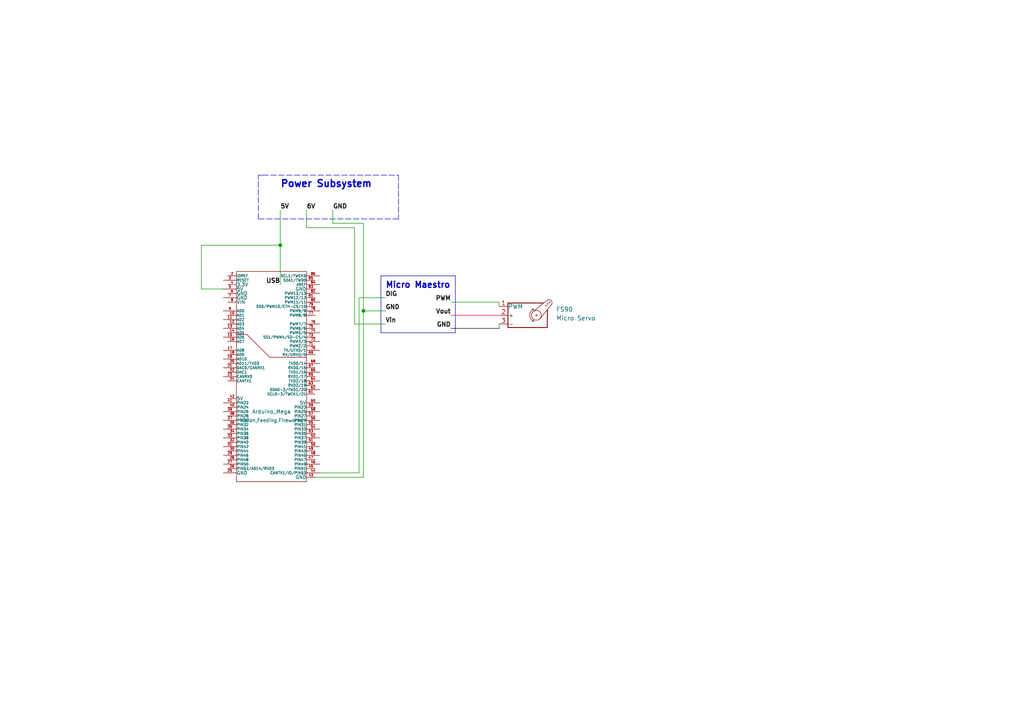
<source format=kicad_sch>
(kicad_sch (version 20211123) (generator eeschema)
  (paper "A4")
  (lib_symbols
    (symbol "Motor:Motor_Servo" (pin_names (offset 0.0254))
      (property "Reference" "M" (at -5.08 4.445 0))
      (property "Value" "Motor_Servo" (at -5.08 -4.064 0))
      (symbol "Motor_Servo_0_1"
        (polyline (pts (xy 2.413 -1.778) (xy 2.032 -1.778)))
        (polyline (pts (xy 2.413 -1.778) (xy 2.286 -1.397)))
        (polyline (pts (xy 2.413 1.778) (xy 1.905 1.778)))
        (polyline (pts (xy 2.413 1.778) (xy 2.286 1.397)))
        (polyline (pts (xy 6.35 4.445) (xy 2.54 1.27)))
        (polyline (pts (xy 7.62 3.175) (xy 4.191 -1.016)))
        (polyline (pts (xy 5.08 3.556) (xy -5.08 3.556) (xy -5.08 -3.556) (xy 6.35 -3.556) (xy 6.35 1.524)) (stroke (width 0.254)))
        (arc (start 2.413 1.778) (mid 1.2406 0) (end 2.413 -1.778))
        (circle (center 3.175 0) (radius 0.1778))
        (circle (center 3.175 0) (radius 1.4224))
        (circle (center 5.969 2.794) (radius 0.127))
        (circle (center 6.477 3.302) (radius 0.127))
        (circle (center 6.985 3.81) (radius 0.127))
        (arc (start 7.62 3.175) (mid 7.4485 4.2735) (end 6.35 4.445))
      )
      (symbol "Motor_Servo_1_1"
        (pin passive line (at -7.62 2.54 0) (length 2.54) (name "PWM") (number "1"))
        (pin passive line (at -7.62 0 0) (length 2.54) (name "+") (number "2"))
        (pin passive line (at -7.62 -2.54 0) (length 2.54) (name "-") (number "3"))
      )
    )
    (symbol "w_connectors:Arduino_Mega_Header" (pin_names (offset 0.0254))
      (property "Reference" "J" (at 0 31.75 0))
      (property "Value" "Arduino_Mega_Header" (at 0 -31.75 0))
      (symbol "Arduino_Mega_Header_0_1"
        (polyline (pts (xy -8.636 12.192) (xy -9.652 12.192)))
        (polyline (pts (xy 10.16 5.588) (xy -0.508 5.588) (xy -7.112 12.192) (xy -10.16 12.192)))
        (rectangle (start 10.16 -30.48) (end -10.16 30.48))
      )
      (symbol "Arduino_Mega_Header_1_1"
        (pin passive line (at -12.7 17.78 0) (length 2.54) (name "AD1") (number "10"))
        (pin passive line (at -13.97 16.51 0) (length 3.81) (name "AD2") (number "11"))
        (pin passive line (at -12.7 15.24 0) (length 2.54) (name "AD3") (number "12"))
        (pin passive line (at -13.97 13.97 0) (length 3.81) (name "AD4") (number "13"))
        (pin passive line (at -12.7 12.7 0) (length 2.54) (name "AD5") (number "14"))
        (pin passive line (at -13.97 11.43 0) (length 3.81) (name "AD6") (number "15"))
        (pin passive line (at -12.7 10.16 0) (length 2.54) (name "AD7") (number "16"))
        (pin passive line (at -13.97 7.62 0) (length 3.81) (name "AD8") (number "17"))
        (pin passive line (at -12.7 6.35 0) (length 2.54) (name "AD9") (number "18"))
        (pin passive line (at -13.97 5.08 0) (length 3.81) (name "AD10") (number "19"))
        (pin passive line (at -12.7 29.21 0) (length 2.54) (name "IOREF") (number "2"))
        (pin passive line (at -12.7 3.81 0) (length 2.54) (name "AD11/TXD3") (number "20"))
        (pin passive line (at -13.97 2.54 0) (length 3.81) (name "DAC0/CANRX1") (number "21"))
        (pin passive line (at -12.7 1.27 0) (length 2.54) (name "DAC1") (number "22"))
        (pin passive line (at -13.97 0 0) (length 3.81) (name "CANRX0") (number "23"))
        (pin passive line (at -12.7 -1.27 0) (length 2.54) (name "CANTX1") (number "24"))
        (pin passive line (at -13.97 -27.94 0) (length 3.81) (name "GND") (number "25"))
        (pin passive line (at -12.7 -26.67 0) (length 2.54) (name "PIN52/AD14/RXD3") (number "26"))
        (pin passive line (at -13.97 -25.4 0) (length 3.81) (name "PIN50") (number "27"))
        (pin passive line (at -12.7 -24.13 0) (length 2.54) (name "PIN48") (number "28"))
        (pin passive line (at -13.97 -22.86 0) (length 3.81) (name "PIN46") (number "29"))
        (pin passive line (at -13.97 27.94 0) (length 3.81) (name "RESET") (number "3"))
        (pin passive line (at -12.7 -21.59 0) (length 2.54) (name "PIN44") (number "30"))
        (pin passive line (at -13.97 -20.32 0) (length 3.81) (name "PIN42") (number "31"))
        (pin passive line (at -12.7 -19.05 0) (length 2.54) (name "PIN40") (number "32"))
        (pin passive line (at -13.97 -17.78 0) (length 3.81) (name "PIN38") (number "33"))
        (pin passive line (at -12.7 -16.51 0) (length 2.54) (name "PIN36") (number "34"))
        (pin passive line (at -13.97 -15.24 0) (length 3.81) (name "PIN34") (number "35"))
        (pin passive line (at -12.7 -13.97 0) (length 2.54) (name "PIN32") (number "36"))
        (pin passive line (at -13.97 -12.7 0) (length 3.81) (name "PIN30") (number "37"))
        (pin passive line (at -12.7 -11.43 0) (length 2.54) (name "PIN28") (number "38"))
        (pin passive line (at -13.97 -10.16 0) (length 3.81) (name "PIN26") (number "39"))
        (pin passive line (at -12.7 26.67 0) (length 2.54) (name "3.3V") (number "4"))
        (pin passive line (at -12.7 -8.89 0) (length 2.54) (name "PIN24") (number "40"))
        (pin passive line (at -13.97 -7.62 0) (length 3.81) (name "PIN22") (number "41"))
        (pin passive line (at -12.7 -6.35 0) (length 2.54) (name "5V") (number "42"))
        (pin passive line (at 12.7 -29.21 180) (length 2.54) (name "GND") (number "43"))
        (pin passive line (at 13.97 -27.94 180) (length 3.81) (name "CANTX1/IO/PIN53") (number "44"))
        (pin passive line (at 12.7 -26.67 180) (length 2.54) (name "PIN51") (number "45"))
        (pin passive line (at 13.97 -25.4 180) (length 3.81) (name "PIN49") (number "46"))
        (pin passive line (at 12.7 -24.13 180) (length 2.54) (name "PIN47") (number "47"))
        (pin passive line (at 13.97 -22.86 180) (length 3.81) (name "PIN45") (number "48"))
        (pin passive line (at 12.7 -21.59 180) (length 2.54) (name "PIN43") (number "49"))
        (pin passive line (at -13.97 25.4 0) (length 3.81) (name "5V") (number "5"))
        (pin passive line (at 13.97 -20.32 180) (length 3.81) (name "PIN41") (number "50"))
        (pin passive line (at 12.7 -19.05 180) (length 2.54) (name "PIN39") (number "51"))
        (pin passive line (at 13.97 -17.78 180) (length 3.81) (name "PIN37") (number "52"))
        (pin passive line (at 12.7 -16.51 180) (length 2.54) (name "PIN35") (number "53"))
        (pin passive line (at 13.97 -15.24 180) (length 3.81) (name "PIN33") (number "54"))
        (pin passive line (at 12.7 -13.97 180) (length 2.54) (name "PIN31") (number "55"))
        (pin passive line (at 13.97 -12.7 180) (length 3.81) (name "PIN29") (number "56"))
        (pin passive line (at 12.7 -11.43 180) (length 2.54) (name "PIN27") (number "57"))
        (pin passive line (at 13.97 -10.16 180) (length 3.81) (name "PIN25") (number "58"))
        (pin passive line (at 12.7 -8.89 180) (length 2.54) (name "PIN23") (number "59"))
        (pin passive line (at -12.7 24.13 0) (length 2.54) (name "GND") (number "6"))
        (pin passive line (at 13.97 -7.62 180) (length 3.81) (name "5V") (number "60"))
        (pin passive line (at 12.7 -5.08 180) (length 2.54) (name "SCL0-3/TWCK1/21") (number "61"))
        (pin passive line (at 13.97 -3.81 180) (length 3.81) (name "SDA0-3/TWD1/20") (number "62"))
        (pin passive line (at 12.7 -2.54 180) (length 2.54) (name "RXD2/19") (number "63"))
        (pin passive line (at 13.97 -1.27 180) (length 3.81) (name "TXD2/18") (number "64"))
        (pin passive line (at 12.7 0 180) (length 2.54) (name "RXD1/17") (number "65"))
        (pin passive line (at 13.97 1.27 180) (length 3.81) (name "TXD1/16") (number "66"))
        (pin passive line (at 12.7 2.54 180) (length 2.54) (name "RXD0/15") (number "67"))
        (pin passive line (at 13.97 3.81 180) (length 3.81) (name "TXD0/14") (number "68"))
        (pin passive line (at 12.7 6.35 180) (length 2.54) (name "RX/URXD/0") (number "69"))
        (pin passive line (at -13.97 22.86 0) (length 3.81) (name "GND") (number "7"))
        (pin passive line (at 13.97 7.62 180) (length 3.81) (name "TX/UTXD/1") (number "70"))
        (pin passive line (at 12.7 8.89 180) (length 2.54) (name "PWM2/2") (number "71"))
        (pin passive line (at 13.97 10.16 180) (length 3.81) (name "PWM3/3") (number "72"))
        (pin passive line (at 12.7 11.43 180) (length 2.54) (name "SS1/PWM4/SD-CS/4") (number "73"))
        (pin passive line (at 13.97 12.7 180) (length 3.81) (name "PWM5/5") (number "74"))
        (pin passive line (at 12.7 13.97 180) (length 2.54) (name "PWM6/6") (number "75"))
        (pin passive line (at 13.97 15.24 180) (length 3.81) (name "PWM7/7") (number "76"))
        (pin passive line (at 12.7 17.78 180) (length 2.54) (name "PWM8/8") (number "77"))
        (pin passive line (at 13.97 19.05 180) (length 3.81) (name "PWM9/9") (number "78"))
        (pin passive line (at 12.7 20.32 180) (length 2.54) (name "SS0/PWM10/ETH-CS/10") (number "79"))
        (pin passive line (at -12.7 21.59 0) (length 2.54) (name "VIN") (number "8"))
        (pin passive line (at 13.97 21.59 180) (length 3.81) (name "PWM11/11") (number "80"))
        (pin passive line (at 12.7 22.86 180) (length 2.54) (name "PWM12/12") (number "81"))
        (pin passive line (at 13.97 24.13 180) (length 3.81) (name "PWM13/13") (number "82"))
        (pin passive line (at 12.7 25.4 180) (length 2.54) (name "GND") (number "83"))
        (pin passive line (at 13.97 26.67 180) (length 3.81) (name "AREF") (number "84"))
        (pin passive line (at 12.7 27.94 180) (length 2.54) (name "SDA1/TWD0") (number "85"))
        (pin passive line (at 13.97 29.21 180) (length 3.81) (name "SCL1/TWCK0") (number "86"))
        (pin passive line (at -13.97 19.05 0) (length 3.81) (name "AD0") (number "9"))
      )
    )
  )
  (junction (at 105.41 90.17))
  (junction (at 81.28 71.12))
  (wire (pts (xy 58.42 83.82) (xy 64.77 83.82)))
  (wire (pts (xy 130.81 95.25) (xy 144.78 95.25)) (stroke (width 0) (color 0 0 0 1)))
  (polyline (pts (xy 115.57 50.8) (xy 115.57 63.5)))
  (polyline (pts (xy 76.2 50.8) (xy 115.57 50.8)))
  (wire (pts (xy 104.14 137.16) (xy 104.14 86.36)))
  (polyline (pts (xy 110.49 96.52) (xy 110.49 80.01)) (stroke (width 0) (type solid)))
  (wire (pts (xy 91.44 138.43) (xy 105.41 138.43)))
  (wire (pts (xy 96.52 60.96) (xy 96.52 64.77)))
  (wire (pts (xy 104.14 86.36) (xy 111.76 86.36)))
  (polyline (pts (xy 115.57 63.5) (xy 74.93 63.5)))
  (polyline (pts (xy 132.08 96.52) (xy 110.49 96.52)) (stroke (width 0) (type solid)))
  (polyline (pts (xy 74.93 50.8) (xy 76.2 50.8)))
  (wire (pts (xy 58.42 71.12) (xy 58.42 83.82)))
  (wire (pts (xy 105.41 64.77) (xy 105.41 90.17)))
  (wire (pts (xy 96.52 64.77) (xy 105.41 64.77)))
  (polyline (pts (xy 113.03 80.01) (xy 132.08 80.01)) (stroke (width 0) (type solid)))
  (polyline (pts (xy 110.49 80.01) (xy 113.03 80.01)) (stroke (width 0) (type solid)))
  (polyline (pts (xy 132.08 80.01) (xy 132.08 96.52)) (stroke (width 0) (type solid)))
  (wire (pts (xy 92.71 137.16) (xy 104.14 137.16)))
  (wire (pts (xy 144.78 95.25) (xy 144.78 93.98)))
  (wire (pts (xy 81.28 71.12) (xy 81.28 82.55)))
  (polyline (pts (xy 74.93 63.5) (xy 74.93 50.8)))
  (wire (pts (xy 88.9 66.04) (xy 102.87 66.04)))
  (wire (pts (xy 102.87 93.98) (xy 111.76 93.98)))
  (wire (pts (xy 111.76 90.17) (xy 105.41 90.17)))
  (wire (pts (xy 81.28 60.96) (xy 81.28 71.12)))
  (wire (pts (xy 81.28 71.12) (xy 58.42 71.12)))
  (wire (pts (xy 130.81 87.63) (xy 144.78 87.63)))
  (wire (pts (xy 105.41 90.17) (xy 105.41 138.43)))
  (wire (pts (xy 88.9 60.96) (xy 88.9 66.04)))
  (wire (pts (xy 102.87 66.04) (xy 102.87 93.98)))
  (wire (pts (xy 130.81 91.44) (xy 144.78 91.44)) (stroke (width 0) (color 255 0 17 1)))
  (wire (pts (xy 144.78 87.63) (xy 144.78 88.9)))
  (text "Micro Maestro" (at 111.76 83.82 0) (effects (font (size 1.75 1.75) (thickness 0.35) bold) (justify left bottom)))
  (text "Power Subsystem" (at 81.28 54.61 0) (effects (font (size 2 2) (thickness 0.4) bold) (justify left bottom)))
  (label "GND" (at 130.81 95.25 180) (effects (font (thickness 0.254) bold)))
  (label "Vin" (at 111.76 93.98 0) (effects (font (thickness 0.254) bold)))
  (label "PWM" (at 130.81 87.63 180) (effects (font (thickness 0.254) bold)))
  (label "GND" (at 111.76 90.17 0) (effects (font (thickness 0.254) bold)))
  (label "5V" (at 81.28 60.96 0) (effects (font (thickness 0.254) bold)))
  (label "USB" (at 81.28 82.55 180) (effects (font bold)))
  (label "GND" (at 96.52 60.96 0) (effects (font (thickness 0.254) bold)))
  (label "Vout" (at 130.81 91.44 180) (effects (font (thickness 0.254) bold)))
  (label "DIG" (at 111.76 86.36 0) (effects (font (thickness 0.254) bold)))
  (label "6V" (at 88.9 60.96 0) (effects (font (thickness 0.254) bold)))
  (symbol (lib_id "w_connectors:Arduino_Mega_Header") (at 78.74 109.22 0) (unit 1)
    (property "Reference" "Vision,Feeding,Fireworks" (at 78.74 121.92 0) (effects (font (size 1 1))))
    (property "Value" "Arduino_Mega" (at 78.74 119.38 0) (effects (font (size 1.1 1.1))))
  )
  (symbol (lib_id "Motor:Motor_Servo") (at 152.4 91.44 0) (unit 1)
    (property "Reference" "FS90" (at 161.29 89.7365 0) (effects (justify left)))
    (property "Value" "Micro Servo" (at 161.29 92.2765 0) (effects (justify left)))
    (property "Datasheet" "http://forums.parallax.com/uploads/attachments/46831/74481.png" (effects hide))
  )
)
</source>
